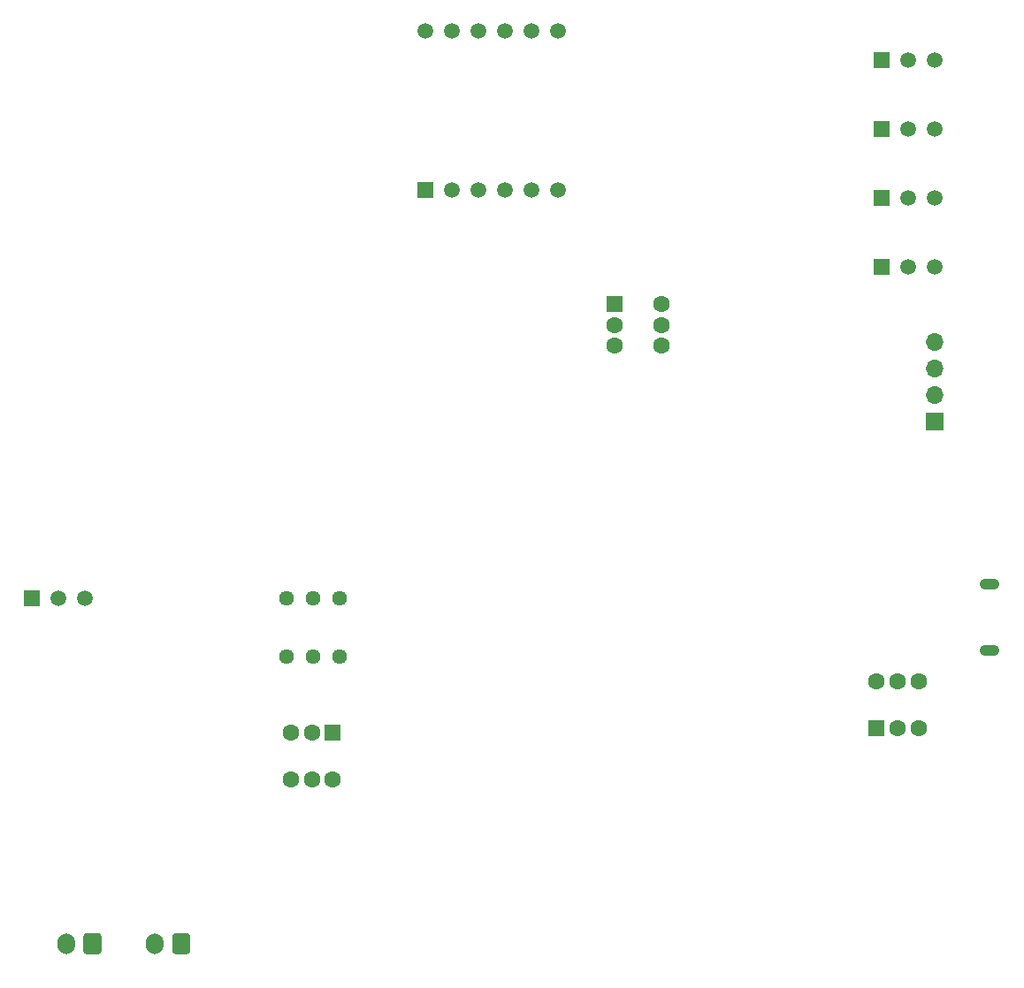
<source format=gbs>
G04 #@! TF.GenerationSoftware,KiCad,Pcbnew,(5.1.10)-1*
G04 #@! TF.CreationDate,2021-08-06T21:51:28+08:00*
G04 #@! TF.ProjectId,digital_thermometer,64696769-7461-46c5-9f74-6865726d6f6d,rev?*
G04 #@! TF.SameCoordinates,Original*
G04 #@! TF.FileFunction,Soldermask,Bot*
G04 #@! TF.FilePolarity,Negative*
%FSLAX45Y45*%
G04 Gerber Fmt 4.5, Leading zero omitted, Abs format (unit mm)*
G04 Created by KiCad (PCBNEW (5.1.10)-1) date 2021-08-06 21:51:28*
%MOMM*%
%LPD*%
G01*
G04 APERTURE LIST*
%ADD10C,1.600000*%
%ADD11R,1.600000X1.600000*%
%ADD12O,1.700000X2.000000*%
%ADD13R,1.500000X1.500000*%
%ADD14C,1.500000*%
%ADD15C,1.440000*%
%ADD16O,1.900000X1.050000*%
%ADD17O,1.700000X1.700000*%
%ADD18R,1.700000X1.700000*%
G04 APERTURE END LIST*
D10*
G04 #@! TO.C,SW5*
X8545000Y-12946000D03*
X8145000Y-12496000D03*
X8345000Y-12946000D03*
X8345000Y-12496000D03*
X8145000Y-12946000D03*
D11*
X8545000Y-12496000D03*
G04 #@! TD*
D10*
G04 #@! TO.C,SW4*
X11695000Y-8390000D03*
X11245000Y-8790000D03*
X11695000Y-8590000D03*
X11245000Y-8590000D03*
X11695000Y-8790000D03*
D11*
X11245000Y-8390000D03*
G04 #@! TD*
D12*
G04 #@! TO.C,J3*
X6844000Y-14518000D03*
G36*
G01*
X7179000Y-14443000D02*
X7179000Y-14593000D01*
G75*
G02*
X7154000Y-14618000I-25000J0D01*
G01*
X7034000Y-14618000D01*
G75*
G02*
X7009000Y-14593000I0J25000D01*
G01*
X7009000Y-14443000D01*
G75*
G02*
X7034000Y-14418000I25000J0D01*
G01*
X7154000Y-14418000D01*
G75*
G02*
X7179000Y-14443000I0J-25000D01*
G01*
G37*
G04 #@! TD*
D13*
G04 #@! TO.C,Q4*
X13802200Y-6056000D03*
D14*
X14310200Y-6056000D03*
X14056200Y-6056000D03*
G04 #@! TD*
G04 #@! TO.C,U1*
X9433400Y-5776600D03*
X9687400Y-5776600D03*
X9941400Y-5776600D03*
X10195400Y-5776600D03*
X10449400Y-5776600D03*
X10703400Y-5776600D03*
X10703400Y-7300600D03*
X10449400Y-7300600D03*
X10195400Y-7300600D03*
X9941400Y-7300600D03*
X9687400Y-7300600D03*
D13*
X9433400Y-7300600D03*
G04 #@! TD*
G04 #@! TO.C,U4*
X5667000Y-11209500D03*
D14*
X6175000Y-11209500D03*
X5921000Y-11209500D03*
G04 #@! TD*
D10*
G04 #@! TO.C,SW6*
X13751400Y-12008400D03*
X14151400Y-12458400D03*
X13951400Y-12008400D03*
X13951400Y-12458400D03*
X14151400Y-12008400D03*
D11*
X13751400Y-12458400D03*
G04 #@! TD*
D15*
G04 #@! TO.C,RV2*
X8608000Y-11207000D03*
X8354000Y-11207000D03*
X8100000Y-11207000D03*
G04 #@! TD*
G04 #@! TO.C,RV1*
X8608000Y-11764500D03*
X8354000Y-11764500D03*
X8100000Y-11764500D03*
G04 #@! TD*
D12*
G04 #@! TO.C,J2*
X5993000Y-14518000D03*
G36*
G01*
X6328000Y-14443000D02*
X6328000Y-14593000D01*
G75*
G02*
X6303000Y-14618000I-25000J0D01*
G01*
X6183000Y-14618000D01*
G75*
G02*
X6158000Y-14593000I0J25000D01*
G01*
X6158000Y-14443000D01*
G75*
G02*
X6183000Y-14418000I25000J0D01*
G01*
X6303000Y-14418000D01*
G75*
G02*
X6328000Y-14443000I0J-25000D01*
G01*
G37*
G04 #@! TD*
D13*
G04 #@! TO.C,Q3*
X13802200Y-6716400D03*
D14*
X14310200Y-6716400D03*
X14056200Y-6716400D03*
G04 #@! TD*
D13*
G04 #@! TO.C,Q2*
X13802200Y-7376800D03*
D14*
X14310200Y-7376800D03*
X14056200Y-7376800D03*
G04 #@! TD*
D13*
G04 #@! TO.C,Q1*
X13802200Y-8037200D03*
D14*
X14310200Y-8037200D03*
X14056200Y-8037200D03*
G04 #@! TD*
D16*
G04 #@! TO.C,J4*
X14836600Y-11071600D03*
X14836600Y-11711600D03*
G04 #@! TD*
D17*
G04 #@! TO.C,J1*
X14310000Y-8753000D03*
X14310000Y-9007000D03*
X14310000Y-9261000D03*
D18*
X14310000Y-9515000D03*
G04 #@! TD*
M02*

</source>
